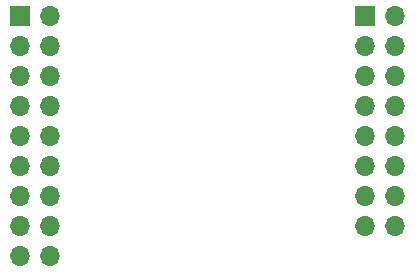
<source format=gbs>
G04 #@! TF.GenerationSoftware,KiCad,Pcbnew,(5.1.9-0-10_14)*
G04 #@! TF.CreationDate,2021-05-15T14:25:56+02:00*
G04 #@! TF.ProjectId,Aurora_DSP_I2S_Extender,4175726f-7261-45f4-9453-505f4932535f,1*
G04 #@! TF.SameCoordinates,Original*
G04 #@! TF.FileFunction,Soldermask,Bot*
G04 #@! TF.FilePolarity,Negative*
%FSLAX46Y46*%
G04 Gerber Fmt 4.6, Leading zero omitted, Abs format (unit mm)*
G04 Created by KiCad (PCBNEW (5.1.9-0-10_14)) date 2021-05-15 14:25:56*
%MOMM*%
%LPD*%
G01*
G04 APERTURE LIST*
%ADD10R,1.700000X1.700000*%
%ADD11O,1.700000X1.700000*%
G04 APERTURE END LIST*
D10*
X7620000Y20320000D03*
D11*
X10160000Y20320000D03*
X7620000Y17780000D03*
X10160000Y17780000D03*
X7620000Y15240000D03*
X10160000Y15240000D03*
X7620000Y12700000D03*
X10160000Y12700000D03*
X7620000Y10160000D03*
X10160000Y10160000D03*
X7620000Y7620000D03*
X10160000Y7620000D03*
X7620000Y5080000D03*
X10160000Y5080000D03*
X7620000Y2540000D03*
X10160000Y2540000D03*
D10*
X-21590000Y20320000D03*
D11*
X-19050000Y20320000D03*
X-21590000Y17780000D03*
X-19050000Y17780000D03*
X-21590000Y15240000D03*
X-19050000Y15240000D03*
X-21590000Y12700000D03*
X-19050000Y12700000D03*
X-21590000Y10160000D03*
X-19050000Y10160000D03*
X-21590000Y7620000D03*
X-19050000Y7620000D03*
X-21590000Y5080000D03*
X-19050000Y5080000D03*
X-21590000Y2540000D03*
X-19050000Y2540000D03*
X-21590000Y0D03*
X-19050000Y0D03*
M02*

</source>
